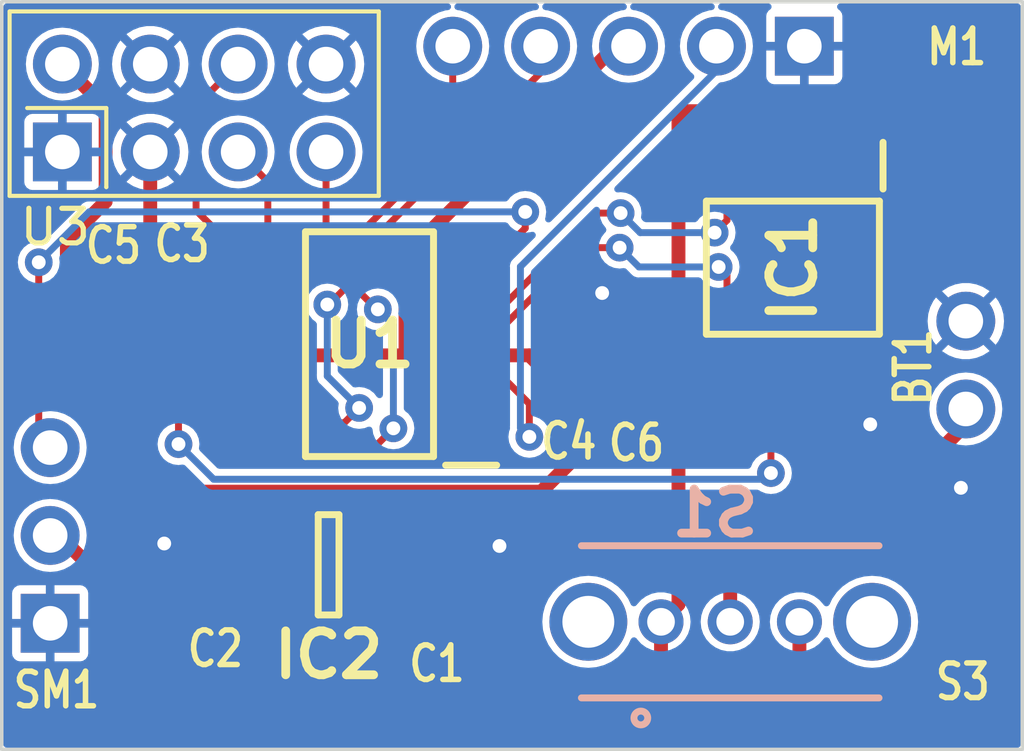
<source format=kicad_pcb>
(kicad_pcb (version 20221018) (generator pcbnew)
  (layers (0 "F.Cu" signal) (31 "B.Cu" signal) (34 "B.Paste" user) (35 "F.Paste" user) (36 "B.SilkS" user "B.Silkscreen") (37 "F.SilkS" user "F.Silkscreen") (38 "B.Mask" user) (39 "F.Mask" user) (44 "Edge.Cuts" user))
  (net 0 "")
  (net 1 "Net-(BT1-+)")
  (net 2 "VR_OUT")
  (net 3 "Motor +")
  (net 4 "Motor -")
  (net 12 "PWM")
  (net 13 "SCK")
  (net 14 "MISO")
  (net 15 "MOSI")
  (net 18 "SYS_SWDIO")
  (net 19 "SYS_SWCLK")
  (net 20 "VCC")
  (net 21 "Net-(S3-BATT+)")
  (net 22 "Motor Forward")
  (net 23 "Motor Reverse")
  (net 24 "Motor Speed")
  (net 25 "GND")
  (net 26 "Net-(C2-Pad1)")
  (net 27 "RST")
  (footprint "Library:ST_Link" (layer "F.Cu") (at 83.6168 35.2298 90)
    (fp_text reference "ST" hide)
    (fp_text value "ST_Link" hide)
    (pad "1" thru_hole rect (at 0 -2.032 90) (size 1.7 1.7) (drill 1) (layers "*.Cu" "*.Mask") (net 25 "GND"))
    (pad "2" thru_hole circle (at 0 -4.572 90) (size 1.7 1.7) (drill 1) (layers "*.Cu" "*.Mask") (net 27 "RST"))
    (pad "3" thru_hole circle (at 0 -7.112 90) (size 1.7 1.7) (drill 1) (layers "*.Cu" "*.Mask") (net 2 "VR_OUT"))
    (pad "4" thru_hole circle (at 0 -9.652 90) (size 1.7 1.7) (drill 1) (layers "*.Cu" "*.Mask") (net 19 "SYS_SWCLK"))
    (pad "5" thru_hole circle (at 0 -12.192 90) (size 1.7 1.7) (drill 1) (layers "*.Cu" "*.Mask") (net 18 "SYS_SWDIO"))
  )
  (footprint "C1uF:CAPC2012X135N" (layer "F.Cu") (at 76.7588 44.5234 90)
    (fp_text reference "C6" (at -2.1816 -0.0254) (layer "F.SilkS") (effects (font (size 1 0.8) (thickness 0.16) bold)))
    (fp_text value "10nF" hide)
    (pad "1" smd roundrect (at -0.81 0 90) (size 0.96 1.39) (layers "F.Cu" "F.Paste" "F.Mask") (net 2 "VR_OUT"))
    (pad "2" smd roundrect (at 0.81 0 90) (size 0.96 1.39) (layers "F.Cu" "F.Paste" "F.Mask") (net 25 "GND"))
  )
  (footprint "C1uF:CAPC2012X135N" (layer "F.Cu") (at 61.6458 43.0756 90)
    (fp_text reference "C5" (at 2.0828 -0.0254 180) (layer "F.SilkS") (effects (font (size 1 0.8) (thickness 0.16) bold)))
    (fp_text value "100nF" hide)
    (pad "1" smd roundrect (at -0.81 0 90) (size 0.96 1.39) (layers "F.Cu" "F.Paste" "F.Mask") (net 2 "VR_OUT"))
    (pad "2" smd roundrect (at 0.81 0 90) (size 0.96 1.39) (layers "F.Cu" "F.Paste" "F.Mask") (net 25 "GND"))
  )
  (footprint "C1uF:CAPC2012X135N" (layer "F.Cu") (at 70.9422 50.848 -90)
    (fp_text reference "C1" (at 2.238 -0.0254) (layer "F.SilkS") (effects (font (size 1 0.8) (thickness 0.16) bold)))
    (fp_text value "1uF" hide)
    (pad "1" smd roundrect (at -0.81 0 270) (size 0.96 1.39) (layers "F.Cu" "F.Paste" "F.Mask") (net 25 "GND"))
    (pad "2" smd roundrect (at 0.81 0 270) (size 0.96 1.39) (layers "F.Cu" "F.Paste" "F.Mask") (net 20 "VCC"))
  )
  (footprint "Library:Servo_Motor" (layer "F.Cu") (at 59.7916 54.9656)
    (fp_text reference "SM1" (at 0.183061 -1.117686 unlocked) (layer "F.SilkS") (effects (font (size 1 0.8) (thickness 0.16) bold)))
    (fp_text value "Motor_Servo" hide)
    (pad "1" thru_hole circle (at 0 -8.128) (size 1.7 1.7) (drill 1) (layers "*.Cu" "*.Mask") (net 12 "PWM"))
    (pad "2" thru_hole circle (at 0 -5.588) (size 1.7 1.7) (drill 1) (layers "*.Cu" "*.Mask") (net 20 "VCC"))
    (pad "3" thru_hole rect (at 0 -3.048) (size 1.7 1.7) (drill 1) (layers "*.Cu" "*.Mask") (net 25 "GND"))
  )
  (footprint "C1uF:CAPC2012X135N" (layer "F.Cu") (at 64.4906 50.4162 -90)
    (fp_text reference "C2" (at 2.238 -0.0762) (layer "F.SilkS") (effects (font (size 1 0.8) (thickness 0.16) bold)))
    (fp_text value "1uF" hide)
    (pad "1" smd roundrect (at -0.81 0 270) (size 0.96 1.39) (layers "F.Cu" "F.Paste" "F.Mask") (net 25 "GND"))
    (pad "2" smd roundrect (at 0.81 0 270) (size 0.96 1.39) (layers "F.Cu" "F.Paste" "F.Mask") (net 2 "VR_OUT"))
  )
  (footprint "Library:Motor_Connection" (layer "F.Cu") (at 85.852 42.672)
    (fp_text reference "M1" (at 0.138 -7.422 unlocked) (layer "F.SilkS") (effects (font (size 1 0.8) (thickness 0.16))))
    (fp_text value "Motor_Connection" hide)
    (pad "1" smd roundrect (at 0 -2.54) (size 2.55 1.7) (layers "F.Cu" "F.Paste" "F.Mask") (net 4 "Motor -"))
    (pad "2" smd roundrect (at 0 -5.588) (size 2.55 1.7) (layers "F.Cu" "F.Paste" "F.Mask") (net 3 "Motor +"))
  )
  (footprint "Library:Battery_Pads" (layer "F.Cu") (at 86.251605 47.752)
    (fp_text reference "BT1" (at -1.524 -3.238498 90 unlocked) (layer "F.SilkS") (effects (font (size 1 0.8) (thickness 0.16) bold)))
    (fp_text value "Battery_Cell" hide)
    (pad "1" thru_hole circle (at 0 -2.032) (size 1.7 1.7) (drill 1) (layers "*.Cu" "*.Mask") (net 1 "Net-(BT1-+)"))
    (pad "2" thru_hole circle (at 0 -4.572) (size 1.7 1.7) (drill 1) (layers "*.Cu" "*.Mask") (net 25 "GND"))
  )
  (footprint "RF_Module:nRF24L01_Breakout" (layer "F.Cu") (at 60.14392 38.287797 90)
    (fp_text reference "U3" (at -2.174894 -0.205019 180) (layer "F.SilkS"))
    (fp_text value "NRF24L01_Breakout" hide)
    (fp_line (start -1.27 -1.524) (end -1.27 -1.524) (stroke (width 0.12)) (layer "F.SilkS"))
    (fp_line (start -1.27 -1.524) (end 4.064 -1.524) (stroke (width 0.12)) (layer "F.SilkS"))
    (fp_line (start -1.27 9.144) (end -1.27 -1.524) (stroke (width 0.12)) (layer "F.SilkS"))
    (fp_line (start -1.27 9.144) (end -1.27 9.144) (stroke (width 0.12)) (layer "F.SilkS"))
    (fp_line (start -1.016 1.27) (end -1.016 1.27) (stroke (width 0.12)) (layer "F.SilkS"))
    (fp_line (start 1.27 -1.016) (end 1.27 1.27) (stroke (width 0.12)) (layer "F.SilkS"))
    (fp_line (start 1.27 1.27) (end -1.016 1.27) (stroke (width 0.12)) (layer "F.SilkS"))
    (fp_line (start 4.064 -1.524) (end 4.064 9.144) (stroke (width 0.12)) (layer "F.SilkS"))
    (fp_line (start 4.064 9.144) (end -1.27 9.144) (stroke (width 0.12)) (layer "F.SilkS"))
    (pad "1" thru_hole rect (at 0 0 90) (size 1.7 1.7) (drill 1) (layers "*.Cu" "*.Mask") (net 25 "GND"))
    (pad "2" thru_hole circle (at 2.54 0 90) (size 1.7 1.7) (drill 1) (layers "*.Cu" "*.Mask") (net 2 "VR_OUT"))
    (pad "3" thru_hole circle (at 0 2.54 90) (size 1.7 1.7) (drill 1) (layers "*.Cu" "*.Mask") (net 25 "GND"))
    (pad "4" thru_hole circle (at 2.54 2.54 90) (size 1.7 1.7) (drill 1) (layers "*.Cu" "*.Mask") (net 25 "GND"))
    (pad "5" thru_hole circle (at 0 5.08 90) (size 1.7 1.7) (drill 1) (layers "*.Cu" "*.Mask") (net 13 "SCK"))
    (pad "6" thru_hole circle (at 2.54 5.08 90) (size 1.7 1.7) (drill 1) (layers "*.Cu" "*.Mask") (net 15 "MOSI"))
    (pad "7" thru_hole circle (at 0 7.62 90) (size 1.7 1.7) (drill 1) (layers "*.Cu" "*.Mask") (net 14 "MISO"))
    (pad "8" thru_hole circle (at 2.54 7.62 90) (size 1.7 1.7) (drill 1) (layers "*.Cu" "*.Mask") (net 25 "GND"))
  )
  (footprint "Library:Battery_Pads" (layer "F.Cu") (at 86.11 54.044)
    (fp_text reference "S3" (at 0.054652 -0.434347 unlocked) (layer "F.SilkS") (effects (font (size 1 0.8) (thickness 0.16) bold)))
    (fp_text value "Li-Ion 18650 battery charging " hide)
    (pad "1" smd roundrect (at 0 -2.032) (size 2.286 1.524) (layers "F.Cu" "F.Paste" "F.Mask") (net 21 "Net-(S3-BATT+)"))
    (pad "2" smd roundrect (at 0 -4.064) (size 2.286 1.524) (layers "F.Cu" "F.Paste" "F.Mask") (net 25 "GND"))
  )
  (footprint "BD6211F-E2:SOIC127P620X171-8N" (layer "F.Cu") (at 81.2546 41.6342 -90)
    (fp_text reference "IC1" (at 0 0 90) (layer "F.SilkS") (effects (font (size 1.27 1.27) (thickness 0.254))))
    (fp_text value "BD6211F-E2" hide)
    (fp_line (start -3.625 -2.605) (end -2.275 -2.605) (stroke (width 0.2)) (layer "F.SilkS"))
    (fp_line (start -1.925 -2.5) (end 1.925 -2.5) (stroke (width 0.2)) (layer "F.SilkS"))
    (fp_line (start -1.925 2.5) (end -1.925 -2.5) (stroke (width 0.2)) (layer "F.SilkS"))
    (fp_line (start 1.925 -2.5) (end 1.925 2.5) (stroke (width 0.2)) (layer "F.SilkS"))
    (fp_line (start 1.925 2.5) (end -1.925 2.5) (stroke (width 0.2)) (layer "F.SilkS"))
    (pad "1" smd rect (at -2.95 -1.905) (size 0.7 1.35) (layers "F.Cu" "F.Paste" "F.Mask") (net 3 "Motor +"))
    (pad "2" smd rect (at -2.95 -0.635) (size 0.7 1.35) (layers "F.Cu" "F.Paste" "F.Mask") (net 20 "VCC"))
    (pad "3" smd rect (at -2.95 0.635) (size 0.7 1.35) (layers "F.Cu" "F.Paste" "F.Mask") (net 20 "VCC"))
    (pad "4" smd rect (at -2.95 1.905) (size 0.7 1.35) (layers "F.Cu" "F.Paste" "F.Mask") (net 22 "Motor Forward"))
    (pad "5" smd rect (at 2.95 1.905) (size 0.7 1.35) (layers "F.Cu" "F.Paste" "F.Mask") (net 23 "Motor Reverse"))
    (pad "6" smd rect (at 2.95 0.635) (size 0.7 1.35) (layers "F.Cu" "F.Paste" "F.Mask") (net 24 "Motor Speed"))
    (pad "7" smd rect (at 2.95 -0.635) (size 0.7 1.35) (layers "F.Cu" "F.Paste" "F.Mask") (net 4 "Motor -"))
    (pad "8" smd rect (at 2.95 -1.905) (size 0.7 1.35) (layers "F.Cu" "F.Paste" "F.Mask") (net 25 "GND"))
  )
  (footprint "C1uF:CAPC2012X135N" (layer "F.Cu") (at 63.627 43.0756 90)
    (fp_text reference "C3" (at 2.1308 -0.0254 180) (layer "F.SilkS") (effects (font (size 1 0.8) (thickness 0.16) bold)))
    (fp_text value "4.7uF" hide)
    (pad "1" smd roundrect (at -0.81 0 90) (size 0.96 1.39) (layers "F.Cu" "F.Paste" "F.Mask") (net 2 "VR_OUT"))
    (pad "2" smd roundrect (at 0.81 0 90) (size 0.96 1.39) (layers "F.Cu" "F.Paste" "F.Mask") (net 25 "GND"))
  )
  (footprint "STM32F070F6P6:SOP65P640X120-20N" (layer "F.Cu") (at 69.019593 43.845272 180)
    (fp_text reference "U1" (at 0 0) (layer "F.SilkS") (effects (font (size 1.27 1.27) (thickness 0.254))))
    (fp_text value "STM32F070F6P6" hide)
    (fp_line (start -3.675 -3.5) (end -2.2 -3.5) (stroke (width 0.2)) (layer "F.SilkS"))
    (fp_line (start -1.85 -3.25) (end 1.85 -3.25) (stroke (width 0.2)) (layer "F.SilkS"))
    (fp_line (start -1.85 3.25) (end -1.85 -3.25) (stroke (width 0.2)) (layer "F.SilkS"))
    (fp_line (start 1.85 -3.25) (end 1.85 3.25) (stroke (width 0.2)) (layer "F.SilkS"))
    (fp_line (start 1.85 3.25) (end -1.85 3.25) (stroke (width 0.2)) (layer "F.SilkS"))
    (pad "1" smd rect (at -2.938 -2.925 270) (size 0.45 1.475) (layers "F.Cu" "F.Paste" "F.Mask"))
    (pad "2" smd rect (at -2.938 -2.275 270) (size 0.45 1.475) (layers "F.Cu" "F.Paste" "F.Mask"))
    (pad "3" smd rect (at -2.938 -1.625 270) (size 0.45 1.475) (layers "F.Cu" "F.Paste" "F.Mask"))
    (pad "4" smd rect (at -2.938 -0.975 270) (size 0.45 1.475) (layers "F.Cu" "F.Paste" "F.Mask") (net 27 "RST"))
    (pad "5" smd rect (at -2.938 -0.325 270) (size 0.45 1.475) (layers "F.Cu" "F.Paste" "F.Mask") (net 2 "VR_OUT"))
    (pad "6" smd rect (at -2.938 0.325 270) (size 0.45 1.475) (layers "F.Cu" "F.Paste" "F.Mask") (net 23 "Motor Reverse"))
    (pad "7" smd rect (at -2.938 0.975 270) (size 0.45 1.475) (layers "F.Cu" "F.Paste" "F.Mask") (net 22 "Motor Forward"))
    (pad "8" smd rect (at -2.938 1.625 270) (size 0.45 1.475) (layers "F.Cu" "F.Paste" "F.Mask"))
    (pad "9" smd rect (at -2.938 2.275 270) (size 0.45 1.475) (layers "F.Cu" "F.Paste" "F.Mask"))
    (pad "10" smd rect (at -2.938 2.925 270) (size 0.45 1.475) (layers "F.Cu" "F.Paste" "F.Mask") (net 12 "PWM"))
    (pad "11" smd rect (at 2.938 2.925 270) (size 0.45 1.475) (layers "F.Cu" "F.Paste" "F.Mask") (net 13 "SCK"))
    (pad "12" smd rect (at 2.938 2.275 270) (size 0.45 1.475) (layers "F.Cu" "F.Paste" "F.Mask") (net 14 "MISO"))
    (pad "13" smd rect (at 2.938 1.625 270) (size 0.45 1.475) (layers "F.Cu" "F.Paste" "F.Mask") (net 15 "MOSI"))
    (pad "14" smd rect (at 2.938 0.975 270) (size 0.45 1.475) (layers "F.Cu" "F.Paste" "F.Mask"))
    (pad "15" smd rect (at 2.938 0.325 270) (size 0.45 1.475) (layers "F.Cu" "F.Paste" "F.Mask") (net 25 "GND"))
    (pad "16" smd rect (at 2.938 -0.325 270) (size 0.45 1.475) (layers "F.Cu" "F.Paste" "F.Mask") (net 2 "VR_OUT"))
    (pad "17" smd rect (at 2.938 -0.975 270) (size 0.45 1.475) (layers "F.Cu" "F.Paste" "F.Mask") (net 24 "Motor Speed"))
    (pad "18" smd rect (at 2.938 -1.625 270) (size 0.45 1.475) (layers "F.Cu" "F.Paste" "F.Mask"))
    (pad "19" smd rect (at 2.938 -2.275 270) (size 0.45 1.475) (layers "F.Cu" "F.Paste" "F.Mask") (net 18 "SYS_SWDIO"))
    (pad "20" smd rect (at 2.938 -2.925 270) (size 0.45 1.475) (layers "F.Cu" "F.Paste" "F.Mask") (net 19 "SYS_SWCLK"))
  )
  (footprint "C1uF:CAPC2012X135N" (layer "F.Cu") (at 74.803 44.5234 90)
    (fp_text reference "C4" (at -2.1336 -0.0226) (layer "F.SilkS") (effects (font (size 1 0.8) (thickness 0.16) bold)))
    (fp_text value "1uF" hide)
    (pad "1" smd roundrect (at -0.81 0 90) (size 0.96 1.39) (layers "F.Cu" "F.Paste" "F.Mask") (net 2 "VR_OUT"))
    (pad "2" smd roundrect (at 0.81 0 90) (size 0.96 1.39) (layers "F.Cu" "F.Paste" "F.Mask") (net 25 "GND"))
  )
  (footprint "MIC5504-3.3YM5-TR:SOT95P280X145-5N" (layer "F.Cu") (at 67.838 50.226 180)
    (fp_text reference "IC2" (at 0 -2.606) (layer "F.SilkS") (effects (font (size 1.27 1.27) (thickness 0.254))))
    (fp_text value "MIC5504-3.3YM5-TR" hide)
    (fp_line (start -0.3 -1.45) (end 0.3 -1.45) (stroke (width 0.2)) (layer "F.SilkS"))
    (fp_line (start -0.3 1.45) (end -0.3 -1.45) (stroke (width 0.2)) (layer "F.SilkS"))
    (fp_line (start 0.3 -1.45) (end 0.3 1.45) (stroke (width 0.2)) (layer "F.SilkS"))
    (fp_line (start 0.3 1.45) (end -0.3 1.45) (stroke (width 0.2)) (layer "F.SilkS"))
    (pad "1" smd rect (at -1.25 -0.95 270) (size 0.6 1.2) (layers "F.Cu" "F.Paste" "F.Mask") (net 20 "VCC"))
    (pad "2" smd rect (at -1.25 0 270) (size 0.6 1.2) (layers "F.Cu" "F.Paste" "F.Mask") (net 25 "GND"))
    (pad "3" smd rect (at -1.25 0.95 270) (size 0.6 1.2) (layers "F.Cu" "F.Paste" "F.Mask"))
    (pad "4" smd rect (at 1.25 0.95 270) (size 0.6 1.2) (layers "F.Cu" "F.Paste" "F.Mask"))
    (pad "5" smd rect (at 1.25 -0.95 270) (size 0.6 1.2) (layers "F.Cu" "F.Paste" "F.Mask") (net 2 "VR_OUT"))
  )
  (footprint "OS102011MS2QN1:OS102011MA1QN1" (layer "B.Cu") (at 79.443517 51.874862)
    (fp_text reference "S1" (at -0.437518 -3.139919 180) (layer "B.SilkS") (effects (font (size 1.27 1.27) (thickness 0.254)) (justify mirror)))
    (fp_text value "OS102011MS2QN1" hide)
    (fp_line (start -4.3 -2.2) (end 4.3 -2.2) (stroke (width 0.2)) (layer "B.SilkS"))
    (fp_line (start -4.3 2.2) (end 4.3 2.2) (stroke (width 0.2)) (layer "B.SilkS"))
    (fp_circle (center -2.583 2.781) (end -2.583 2.68172) (stroke (width 0.2)) (fill none) (layer "B.SilkS"))
    (pad "1" thru_hole circle (at -2 0) (size 1.3 1.3) (drill 0.8) (layers "*.Cu" "*.Mask") (net 20 "VCC"))
    (pad "2" thru_hole circle (at 0 0) (size 1.3 1.3) (drill 0.8) (layers "*.Cu" "*.Mask") (net 1 "Net-(BT1-+)"))
    (pad "3" thru_hole circle (at 2 0) (size 1.3 1.3) (drill 0.8) (layers "*.Cu" "*.Mask") (net 21 "Net-(S3-BATT+)"))
    (pad "4" thru_hole circle (at -4.1 0) (size 2.25 2.25) (drill 1.5) (layers "*.Cu" "*.Mask"))
    (pad "5" thru_hole circle (at 4.1 0) (size 2.25 2.25) (drill 1.5) (layers "*.Cu" "*.Mask"))
  )
  (gr_rect (start 58.392 33.944) (end 87.884 55.566) (stroke (width 0.1)) (fill none) (layer "Edge.Cuts"))
  (segment (start 80.238805 49.66) (end 79.443517 50.455288) (width 0.4) (layer "F.Cu") (net 1))
  (segment (start 79.443517 50.455288) (end 79.443517 51.874862) (width 0.4) (layer "F.Cu") (net 1))
  (segment (start 86.251605 45.72) (end 86.251605 46.168923) (width 0.4) (layer "F.Cu") (net 1))
  (segment (start 82.760528 49.66) (end 80.238805 49.66) (width 0.4) (layer "F.Cu") (net 1))
  (segment (start 86.251605 46.168923) (end 82.760528 49.66) (width 0.4) (layer "F.Cu") (net 1))
  (segment (start 73.639872 44.170272) (end 74.803 45.3334) (width 0.4) (layer "F.Cu") (net 2))
  (segment (start 61.39392 36.997797) (end 61.39392 39.72348) (width 0.4) (layer "F.Cu") (net 2))
  (segment (start 63.627 43.8856) (end 61.6458 43.8856) (width 0.4) (layer "F.Cu") (net 2))
  (segment (start 76.1238 35.2298) (end 71.058328 40.295272) (width 0.4) (layer "F.Cu") (net 2))
  (segment (start 73.981636 48.110564) (end 76.7588 45.3334) (width 0.4) (layer "F.Cu") (net 2))
  (segment (start 60.2742 44.7548) (end 61.4934 45.974) (width 0.4) (layer "F.Cu") (net 2))
  (segment (start 66.081593 44.170272) (end 63.911672 44.170272) (width 0.4) (layer "F.Cu") (net 2))
  (segment (start 61.6458 43.8856) (end 60.3306 43.8856) (width 0.4) (layer "F.Cu") (net 2))
  (segment (start 61.976 50.458321) (end 61.976 46.8122) (width 0.4) (layer "F.Cu") (net 2))
  (segment (start 64.4906 51.2262) (end 66.5378 51.2262) (width 0.4) (layer "F.Cu") (net 2))
  (segment (start 76.5048 35.2298) (end 76.1238 35.2298) (width 0.4) (layer "F.Cu") (net 2))
  (segment (start 60.2742 43.942) (end 60.2742 44.7548) (width 0.4) (layer "F.Cu") (net 2))
  (segment (start 74.803 45.3334) (end 76.7588 45.3334) (width 0.4) (layer "F.Cu") (net 2))
  (segment (start 62.004364 48.110564) (end 73.981636 48.110564) (width 0.4) (layer "F.Cu") (net 2))
  (segment (start 61.4934 45.974) (end 61.976 45.974) (width 0.4) (layer "F.Cu") (net 2))
  (segment (start 61.39392 39.72348) (end 60.2742 40.8432) (width 0.4) (layer "F.Cu") (net 2))
  (segment (start 61.976 46.8122) (end 61.976 45.974) (width 0.4) (layer "F.Cu") (net 2))
  (segment (start 70.06 41.289679) (end 70.06 44.100544) (width 0.4) (layer "F.Cu") (net 2))
  (segment (start 69.990272 44.170272) (end 66.081593 44.170272) (width 0.4) (layer "F.Cu") (net 2))
  (segment (start 71.957593 44.170272) (end 72.969571 44.170272) (width 0.4) (layer "F.Cu") (net 2))
  (segment (start 70.06 44.100544) (end 70.129728 44.170272) (width 0.4) (layer "F.Cu") (net 2))
  (segment (start 73.052311 44.170272) (end 73.639872 44.170272) (width 0.4) (layer "F.Cu") (net 2))
  (segment (start 70.06 44.100544) (end 69.990272 44.170272) (width 0.4) (layer "F.Cu") (net 2))
  (segment (start 60.2742 40.8432) (end 60.2742 43.942) (width 0.4) (layer "F.Cu") (net 2))
  (segment (start 60.14392 35.747797) (end 61.39392 36.997797) (width 0.4) (layer "F.Cu") (net 2))
  (segment (start 71.058328 40.295272) (end 71.054407 40.295272) (width 0.4) (layer "F.Cu") (net 2))
  (segment (start 70.129728 44.170272) (end 71.957593 44.170272) (width 0.4) (layer "F.Cu") (net 2))
  (segment (start 71.054407 40.295272) (end 70.06 41.289679) (width 0.4) (layer "F.Cu") (net 2))
  (segment (start 63.911672 44.170272) (end 63.627 43.8856) (width 0.4) (layer "F.Cu") (net 2))
  (segment (start 62.743879 51.2262) (end 61.976 50.458321) (width 0.4) (layer "F.Cu") (net 2))
  (segment (start 64.4906 51.2262) (end 62.743879 51.2262) (width 0.4) (layer "F.Cu") (net 2))
  (segment (start 60.3306 43.8856) (end 60.2742 43.942) (width 0.4) (layer "F.Cu") (net 2))
  (segment (start 66.5378 51.2262) (end 66.588 51.176) (width 0.4) (layer "F.Cu") (net 2))
  (segment (start 83.1596 38.4302) (end 84.5058 37.084) (width 0.4) (layer "F.Cu") (net 3))
  (segment (start 83.1596 38.6842) (end 83.1596 38.4302) (width 0.4) (layer "F.Cu") (net 3))
  (segment (start 84.5058 37.084) (end 85.852 37.084) (width 0.4) (layer "F.Cu") (net 3))
  (segment (start 83.947 46.9646) (end 84.5312 46.3804) (width 0.4) (layer "F.Cu") (net 4))
  (segment (start 84.5312 41.4528) (end 85.852 40.132) (width 0.4) (layer "F.Cu") (net 4))
  (segment (start 81.8896 44.5842) (end 81.8896 45.9994) (width 0.4) (layer "F.Cu") (net 4))
  (segment (start 82.8548 46.9646) (end 83.947 46.9646) (width 0.4) (layer "F.Cu") (net 4))
  (segment (start 81.8896 45.9994) (end 82.8548 46.9646) (width 0.4) (layer "F.Cu") (net 4))
  (segment (start 84.5312 46.3804) (end 84.5312 41.4528) (width 0.4) (layer "F.Cu") (net 4))
  (segment (start 73.520265 40.02152) (end 73.520265 40.493269) (width 0.2) (layer "F.Cu") (net 12))
  (segment (start 73.093262 40.920272) (end 71.957593 40.920272) (width 0.2) (layer "F.Cu") (net 12))
  (segment (start 59.4614 46.5074) (end 59.7916 46.8376) (width 0.2) (layer "F.Cu") (net 12))
  (segment (start 59.4614 41.4782) (end 59.4614 46.5074) (width 0.2) (layer "F.Cu") (net 12))
  (segment (start 73.520265 40.493269) (end 73.093262 40.920272) (width 0.2) (layer "F.Cu") (net 12))
  (via (at 59.4614 41.4782) (size 0.8) (drill 0.4) (layers "F.Cu" "B.Cu") (net 12))
  (via (at 73.520265 40.02152) (size 0.8) (drill 0.4) (layers "F.Cu" "B.Cu") (net 12))
  (segment (start 59.4614 41.4782) (end 60.91808 40.02152) (width 0.2) (layer "B.Cu") (net 12))
  (segment (start 60.91808 40.02152) (end 73.520265 40.02152) (width 0.2) (layer "B.Cu") (net 12))
  (segment (start 66.081593 39.14547) (end 66.081593 40.920272) (width 0.2) (layer "F.Cu") (net 13))
  (segment (start 65.22392 38.287797) (end 66.081593 39.14547) (width 0.2) (layer "F.Cu") (net 13))
  (segment (start 66.081593 41.570272) (end 67.57675 41.570272) (width 0.2) (layer "F.Cu") (net 14))
  (segment (start 67.57675 41.570272) (end 67.76392 41.383102) (width 0.2) (layer "F.Cu") (net 14))
  (segment (start 67.76392 41.383102) (end 67.76392 38.287797) (width 0.2) (layer "F.Cu") (net 14))
  (segment (start 65.044093 41.015693) (end 65.044093 41.919536) (width 0.2) (layer "F.Cu") (net 15))
  (segment (start 65.344829 42.220272) (end 66.081593 42.220272) (width 0.2) (layer "F.Cu") (net 15))
  (segment (start 64.008 39.9796) (end 65.044093 41.015693) (width 0.2) (layer "F.Cu") (net 15))
  (segment (start 64.008 36.963717) (end 64.008 39.9796) (width 0.2) (layer "F.Cu") (net 15))
  (segment (start 65.22392 35.747797) (end 64.008 36.963717) (width 0.2) (layer "F.Cu") (net 15))
  (segment (start 65.044093 41.919536) (end 65.344829 42.220272) (width 0.2) (layer "F.Cu") (net 15))
  (segment (start 68.355529 42.19) (end 67.845529 42.7) (width 0.2) (layer "F.Cu") (net 18))
  (segment (start 71.4248 37.96788) (end 68.355529 41.037151) (width 0.2) (layer "F.Cu") (net 18))
  (segment (start 67.845529 42.7) (end 67.8 42.7) (width 0.2) (layer "F.Cu") (net 18))
  (segment (start 68.289728 46.120272) (end 66.081593 46.120272) (width 0.2) (layer "F.Cu") (net 18))
  (segment (start 68.355529 41.037151) (end 68.355529 42.19) (width 0.2) (layer "F.Cu") (net 18))
  (segment (start 68.72 45.69) (end 68.289728 46.120272) (width 0.2) (layer "F.Cu") (net 18))
  (segment (start 71.4248 35.2298) (end 71.4248 37.96788) (width 0.2) (layer "F.Cu") (net 18))
  (via (at 68.72 45.69) (size 0.8) (drill 0.4) (layers "F.Cu" "B.Cu") (net 18))
  (via (at 67.8 42.7) (size 0.8) (drill 0.4) (layers "F.Cu" "B.Cu") (net 18))
  (segment (start 67.8 44.77) (end 68.72 45.69) (width 0.2) (layer "B.Cu") (net 18))
  (segment (start 67.8 42.7) (end 67.8 44.77) (width 0.2) (layer "B.Cu") (net 18))
  (segment (start 73.9648 35.2298) (end 73.9648 35.993566) (width 0.2) (layer "F.Cu") (net 19))
  (segment (start 73.9648 35.993566) (end 68.755529 41.202837) (width 0.2) (layer "F.Cu") (net 19))
  (segment (start 68.755529 41.202837) (end 68.755529 42.364471) (width 0.2) (layer "F.Cu") (net 19))
  (segment (start 69.219728 46.770272) (end 66.081593 46.770272) (width 0.2) (layer "F.Cu") (net 19))
  (segment (start 68.755529 42.364471) (end 69.231058 42.84) (width 0.2) (layer "F.Cu") (net 19))
  (segment (start 69.231058 42.84) (end 69.2605 42.84) (width 0.2) (layer "F.Cu") (net 19))
  (segment (start 69.71 46.28) (end 69.219728 46.770272) (width 0.2) (layer "F.Cu") (net 19))
  (via (at 69.71 46.28) (size 0.8) (drill 0.4) (layers "F.Cu" "B.Cu") (net 19))
  (via (at 69.2605 42.84) (size 0.8) (drill 0.4) (layers "F.Cu" "B.Cu") (net 19))
  (segment (start 69.71 43.2895) (end 69.71 46.28) (width 0.2) (layer "B.Cu") (net 19))
  (segment (start 69.2605 42.84) (end 69.71 43.2895) (width 0.2) (layer "B.Cu") (net 19))
  (segment (start 65.202951 54.5338) (end 60.046751 49.3776) (width 0.4) (layer "F.Cu") (net 20))
  (segment (start 70.9422 51.658) (end 70.9422 54.356) (width 0.4) (layer "F.Cu") (net 20))
  (segment (start 81.8896 38.6842) (end 81.8896 37.2618) (width 0.4) (layer "F.Cu") (net 20))
  (segment (start 81.7372 37.1094) (end 79.7198 37.1094) (width 0.4) (layer "F.Cu") (net 20))
  (segment (start 76.246392 54.5338) (end 71.12 54.5338) (width 0.4) (layer "F.Cu") (net 20))
  (segment (start 79.7198 37.1094) (end 78.045782 37.1094) (width 0.4) (layer "F.Cu") (net 20))
  (segment (start 78.045782 37.1094) (end 77.948391 37.206791) (width 0.4) (layer "F.Cu") (net 20))
  (segment (start 77.443517 53.336675) (end 76.246392 54.5338) (width 0.4) (layer "F.Cu") (net 20))
  (segment (start 69.088 51.176) (end 70.4602 51.176) (width 0.4) (layer "F.Cu") (net 20))
  (segment (start 77.443517 51.874862) (end 77.948391 51.369988) (width 0.4) (layer "F.Cu") (net 20))
  (segment (start 81.8896 37.2618) (end 81.7372 37.1094) (width 0.4) (layer "F.Cu") (net 20))
  (segment (start 79.7198 37.1094) (end 80.6196 38.0092) (width 0.4) (layer "F.Cu") (net 20))
  (segment (start 70.4602 51.176) (end 70.9422 51.658) (width 0.4) (layer "F.Cu") (net 20))
  (segment (start 77.443517 51.874862) (end 77.443517 53.336675) (width 0.4) (layer "F.Cu") (net 20))
  (segment (start 60.046751 49.3776) (end 59.7916 49.3776) (width 0.4) (layer "F.Cu") (net 20))
  (segment (start 77.948391 37.206791) (end 77.948391 51.369988) (width 0.4) (layer "F.Cu") (net 20))
  (segment (start 70.9422 54.356) (end 71.12 54.5338) (width 0.4) (layer "F.Cu") (net 20))
  (segment (start 80.6196 38.0092) (end 80.6196 38.6842) (width 0.4) (layer "F.Cu") (net 20))
  (segment (start 71.12 54.5338) (end 65.202951 54.5338) (width 0.4) (layer "F.Cu") (net 20))
  (segment (start 82.43088 54.132074) (end 83.989926 54.132074) (width 0.4) (layer "F.Cu") (net 21))
  (segment (start 83.989926 54.132074) (end 86.11 52.012) (width 0.4) (layer "F.Cu") (net 21))
  (segment (start 81.443517 51.874862) (end 81.443517 53.144711) (width 0.4) (layer "F.Cu") (net 21))
  (segment (start 81.443517 53.144711) (end 82.43088 54.132074) (width 0.4) (layer "F.Cu") (net 21))
  (segment (start 75.565 40.0558) (end 72.750528 42.870272) (width 0.2) (layer "F.Cu") (net 22))
  (segment (start 78.99264 40.620812) (end 79.3496 40.263852) (width 0.2) (layer "F.Cu") (net 22))
  (segment (start 76.2762 40.0558) (end 75.565 40.0558) (width 0.2) (layer "F.Cu") (net 22))
  (segment (start 72.750528 42.870272) (end 71.957593 42.870272) (width 0.2) (layer "F.Cu") (net 22))
  (segment (start 79.3496 40.263852) (end 79.3496 38.6842) (width 0.2) (layer "F.Cu") (net 22))
  (via (at 76.2762 40.0558) (size 0.8) (drill 0.4) (layers "F.Cu" "B.Cu") (net 22))
  (via (at 78.99264 40.620812) (size 0.8) (drill 0.4) (layers "F.Cu" "B.Cu") (net 22))
  (segment (start 76.841212 40.620812) (end 78.99264 40.620812) (width 0.2) (layer "B.Cu") (net 22))
  (segment (start 76.2762 40.0558) (end 76.841212 40.620812) (width 0.2) (layer "B.Cu") (net 22))
  (segment (start 72.695093 43.520272) (end 71.957593 43.520272) (width 0.2) (layer "F.Cu") (net 23))
  (segment (start 79.108428 41.613585) (end 79.3496 41.854757) (width 0.2) (layer "F.Cu") (net 23))
  (segment (start 76.247654 41.054895) (end 75.16047 41.054895) (width 0.2) (layer "F.Cu") (net 23))
  (segment (start 75.16047 41.054895) (end 72.695093 43.520272) (width 0.2) (layer "F.Cu") (net 23))
  (segment (start 79.3496 41.854757) (end 79.3496 44.5842) (width 0.2) (layer "F.Cu") (net 23))
  (via (at 76.247654 41.054895) (size 0.8) (drill 0.4) (layers "F.Cu" "B.Cu") (net 23))
  (via (at 79.108428 41.613585) (size 0.8) (drill 0.4) (layers "F.Cu" "B.Cu") (net 23))
  (segment (start 76.806344 41.613585) (end 79.108428 41.613585) (width 0.2) (layer "B.Cu") (net 23))
  (segment (start 76.247654 41.054895) (end 76.806344 41.613585) (width 0.2) (layer "B.Cu") (net 23))
  (segment (start 63.5 46.736) (end 63.5 45.490695) (width 0.2) (layer "F.Cu") (net 24))
  (segment (start 63.585989 45.404706) (end 64.216575 45.404706) (width 0.2) (layer "F.Cu") (net 24))
  (segment (start 80.6196 47.5742) (end 80.6196 44.5842) (width 0.2) (layer "F.Cu") (net 24))
  (segment (start 64.216575 45.404706) (end 64.801009 44.820272) (width 0.2) (layer "F.Cu") (net 24))
  (segment (start 64.801009 44.820272) (end 66.081593 44.820272) (width 0.2) (layer "F.Cu") (net 24))
  (segment (start 63.5 45.490695) (end 63.585989 45.404706) (width 0.2) (layer "F.Cu") (net 24))
  (via (at 63.5 46.736) (size 0.8) (drill 0.4) (layers "F.Cu" "B.Cu") (net 24))
  (via (at 80.6196 47.5742) (size 0.8) (drill 0.4) (layers "F.Cu" "B.Cu") (net 24))
  (segment (start 64.516 47.752) (end 63.5 46.736) (width 0.2) (layer "B.Cu") (net 24))
  (segment (start 80.6196 47.5742) (end 80.4418 47.752) (width 0.2) (layer "B.Cu") (net 24))
  (segment (start 80.4418 47.752) (end 64.516 47.752) (width 0.2) (layer "B.Cu") (net 24))
  (segment (start 75.2856 42.3672) (end 74.803 42.8498) (width 0.4) (layer "F.Cu") (net 25))
  (segment (start 69.088 50.226) (end 70.7542 50.226) (width 0.4) (layer "F.Cu") (net 25))
  (segment (start 76.327 42.3672) (end 76.7588 42.799) (width 0.4) (layer "F.Cu") (net 25))
  (segment (start 66.081593 43.520272) (end 64.881672 43.520272) (width 0.4) (layer "F.Cu") (net 25))
  (segment (start 75.7428 42.3672) (end 75.2856 42.3672) (width 0.4) (layer "F.Cu") (net 25))
  (segment (start 62.68392 41.32252) (end 62.68392 41.22748) (width 0.4) (layer "F.Cu") (net 25))
  (segment (start 64.881672 43.520272) (end 64.643 43.2816) (width 0.4) (layer "F.Cu") (net 25))
  (segment (start 86.11 49.98) (end 86.11 48) (width 0.4) (layer "F.Cu") (net 25))
  (segment (start 75.7428 42.3672) (end 76.327 42.3672) (width 0.4) (layer "F.Cu") (net 25))
  (segment (start 62.68392 41.22748) (end 62.68392 38.287797) (width 0.4) (layer "F.Cu") (net 25))
  (segment (start 63.091995 49.6062) (end 63.08771 49.610485) (width 0.25) (layer "F.Cu") (net 25))
  (segment (start 72.419948 50.038) (end 72.775806 49.682142) (width 0.25) (layer "F.Cu") (net 25))
  (segment (start 74.803 42.8498) (end 74.803 43.7134) (width 0.4) (layer "F.Cu") (net 25))
  (segment (start 83.1596 44.5842) (end 83.1596 45.8349) (width 0.4) (layer "F.Cu") (net 25))
  (segment (start 64.4906 49.6062) (end 63.091995 49.6062) (width 0.25) (layer "F.Cu") (net 25))
  (segment (start 70.7542 50.226) (end 70.9422 50.038) (width 0.4) (layer "F.Cu") (net 25))
  (segment (start 63.627 42.2656) (end 62.68392 41.32252) (width 0.4) (layer "F.Cu") (net 25))
  (segment (start 83.1596 45.8349) (end 83.4898 46.1651) (width 0.4) (layer "F.Cu") (net 25))
  (segment (start 76.7588 42.799) (end 76.7588 43.7134) (width 0.4) (layer "F.Cu") (net 25))
  (segment (start 64.643 43.2816) (end 63.627 42.2656) (width 0.4) (layer "F.Cu") (net 25))
  (segment (start 70.9422 50.038) (end 72.419948 50.038) (width 0.25) (layer "F.Cu") (net 25))
  (segment (start 61.6458 42.2656) (end 62.68392 41.22748) (width 0.4) (layer "F.Cu") (net 25))
  (via (at 75.7428 42.3672) (size 0.8) (drill 0.4) (layers "F.Cu" "B.Cu") (net 25))
  (via (at 72.775806 49.682142) (size 0.8) (drill 0.4) (layers "F.Cu" "B.Cu") (net 25))
  (via (at 83.4898 46.1651) (size 0.8) (drill 0.4) (layers "F.Cu" "B.Cu") (net 25))
  (via (at 86.11 48) (size 0.8) (drill 0.4) (layers "F.Cu" "B.Cu") (net 25))
  (via (at 63.08771 49.610485) (size 0.8) (drill 0.4) (layers "F.Cu" "B.Cu") (net 25))
  (segment (start 72.888446 44.820272) (end 73.638567 45.570393) (width 0.2) (layer "F.Cu") (net 27))
  (segment (start 71.957593 44.820272) (end 72.888446 44.820272) (width 0.2) (layer "F.Cu") (net 27))
  (segment (start 73.638567 45.570393) (end 73.638567 46.525827) (width 0.2) (layer "F.Cu") (net 27))
  (via (at 73.638567 46.525827) (size 0.8) (drill 0.4) (layers "F.Cu" "B.Cu") (net 27))
  (segment (start 79.0448 35.2298) (end 79.0448 35.941) (width 0.2) (layer "B.Cu") (net 27))
  (segment (start 73.3806 46.26786) (end 73.638567 46.525827) (width 0.2) (layer "B.Cu") (net 27))
  (segment (start 79.0448 35.941) (end 73.3806 41.6052) (width 0.2) (layer "B.Cu") (net 27))
  (segment (start 73.3806 41.6052) (end 73.3806 46.26786) (width 0.2) (layer "B.Cu") (net 27))
  (zone (net 25) (net_name "GND") (layer "F.Cu") (priority 3) (connect_pads (clearance 0.15)) (min_thickness 0.15) (fill yes (thermal_gap 0.15) (thermal_bridge_width 0.15))
    (polygon (pts (xy 63.5 48.4632) (xy 63.596478 54.776991) (xy 73.549708 54.769827) (xy 73.474467 48.510542) (xy 71.170678 48.449633)))
  )
  (zone (net 25) (net_name "GND") (layer "B.Cu") (connect_pads thru_hole_only (clearance 0.2)) (min_thickness 0.2) (fill yes (thermal_gap 0.25) (thermal_bridge_width 0.25))
    (polygon (pts (xy 58.44 33.99) (xy 58.44 55.52) (xy 87.84 55.52) (xy 87.84 33.99)))
  )
)
</source>
